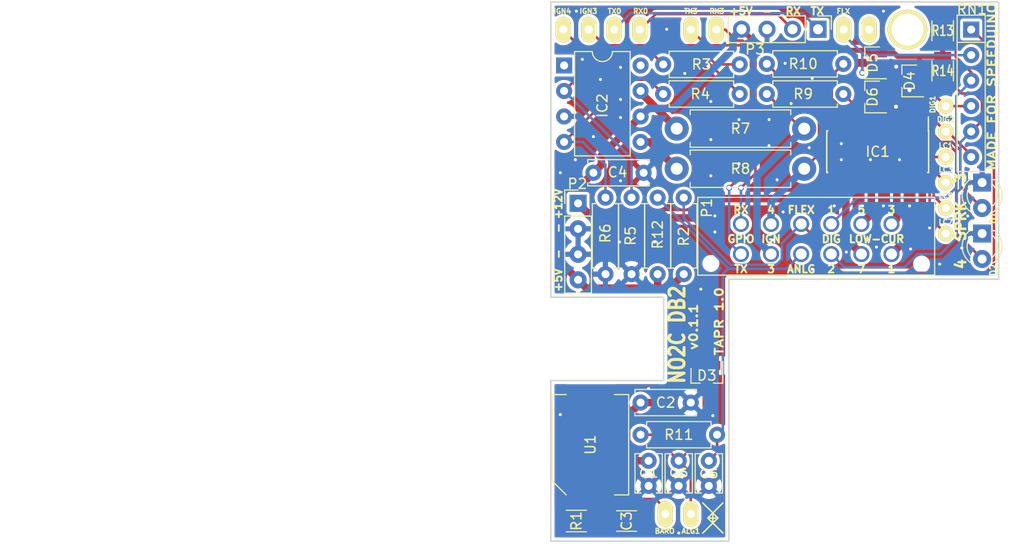
<source format=kicad_pcb>
(kicad_pcb (version 20171130) (host pcbnew "(5.1.0)-1")
  (title_block (title "NO2C DB2") (date 2019-05-05) (rev v0.1.1) (company WTMtronics))
  (layers (0 F.Cu signal) (31 B.Cu signal) (34 B.Paste user) (35 F.Paste user) (36 B.SilkS user) (37 F.SilkS user) (38 B.Mask user) (39 F.Mask user) (44 Edge.Cuts user))
  (net 0 "")
  (net 1 Earth)
  (net 2 +5V)
  (net 3 "Net-(SHIELD1-Pad21)")
  (net 4 /BARO-CPU)
  (net 5 "Net-(C6-Pad1)")
  (net 6 "Net-(D1-Pad2)")
  (net 7 "Net-(D2-Pad2)")
  (net 8 "Net-(D4-Pad3)")
  (net 9 "Net-(D5-Pad3)")
  (net 10 "Net-(D6-Pad3)")
  (net 11 "Net-(IC1-Pad1)")
  (net 12 "Net-(IC1-Pad2)")
  (net 13 "Net-(IC1-Pad3)")
  (net 14 "Net-(IC1-Pad4)")
  (net 15 "Net-(IC1-Pad5)")
  (net 16 "Net-(IC1-Pad6)")
  (net 17 "Net-(IC1-Pad7)")
  (net 18 +12V)
  (net 19 "Net-(IC1-Pad11)")
  (net 20 "Net-(IC1-Pad13)")
  (net 21 "Net-(IC1-Pad15)")
  (net 22 "Net-(IC2-Pad1)")
  (net 23 "Net-(IC2-Pad5)")
  (net 24 "Net-(IC2-Pad2)")
  (net 25 "Net-(IC2-Pad7)")
  (net 26 "Net-(IC2-Pad4)")
  (net 27 "Net-(IC2-Pad8)")
  (net 28 /GPIO-TX)
  (net 29 /GPIO-RX)
  (net 30 "Net-(P3-Pad1)")
  (net 31 "Net-(P3-Pad2)")
  (net 32 "Net-(U1-Pad1)")
  (net 33 "Net-(U1-Pad5)")
  (net 34 "Net-(U1-Pad6)")
  (net 35 "Net-(U1-Pad7)")
  (net 36 "Net-(U1-Pad8)")
  (net 37 /ALG1-IN)
  (net 38 /LC7-OUT)
  (net 39 /LC5-OUT)
  (net 40 /LC3-OUT)
  (net 41 /LC1-OUT)
  (net 42 /IGN4-OUT)
  (net 43 /FLX-IN)
  (net 44 /DIG1-IN)
  (net 45 /IGN3-OUT)
  (net 46 /DIG2-IN)
  (net 47 /IGN3-CPU)
  (net 48 /IGN4-CPU)
  (module Sensors:NXP_Pressure_Sensor_SSOP (layer F.Cu) (at 150.2 108 90)
    (fp_text reference U1 (at 0 0 90) (layer F.SilkS))
    (fp_text value DIL8)
    (pad 1 smd rect (at -4.9149 -1.905 90) (size 1.3462 0.6858) (layers F.Cu F.Paste F.Mask) (net 32 "Net-(U1-Pad1)"))
    (pad 2 smd rect (at -4.9149 -0.635 90) (size 1.3462 0.6858) (layers F.Cu F.Paste F.Mask) (net 2 +5V))
    (pad 3 smd rect (at -4.9149 0.635 90) (size 1.3462 0.6858) (layers F.Cu F.Paste F.Mask) (net 1 Earth))
    (pad 4 smd rect (at -4.9149 1.905 90) (size 1.3462 0.6858) (layers F.Cu F.Paste F.Mask) (net 4 /BARO-CPU))
    (pad 5 smd rect (at 4.9149 1.905 90) (size 1.3462 0.6858) (layers F.Cu F.Paste F.Mask) (net 33 "Net-(U1-Pad5)"))
    (pad 6 smd rect (at 4.9149 0.635 90) (size 1.3462 0.6858) (layers F.Cu F.Paste F.Mask) (net 34 "Net-(U1-Pad6)"))
    (pad 7 smd rect (at 4.9149 -0.635 90) (size 1.3462 0.6858) (layers F.Cu F.Paste F.Mask) (net 35 "Net-(U1-Pad7)"))
    (pad 8 smd rect (at 4.9149 -1.905 90) (size 1.3462 0.6858) (layers F.Cu F.Paste F.Mask) (net 36 "Net-(U1-Pad8)"))
  )
  (module Resistors_THT:R_Axial_DIN0207_L6.3mm_D2.5mm_P7.62mm_Horizontal (layer F.Cu) (at 157.45 70.1)
    (fp_text reference R3 (at 3.82 0) (layer F.SilkS))
    (fp_text value 1k)
    (pad 1 thru_hole circle (at 0 0) (size 1.6 1.6) (drill 0.8) (layers *.Cu *.Mask) (net 24 "Net-(IC2-Pad2)"))
    (pad 2 thru_hole oval (at 7.62 0) (size 1.6 1.6) (drill 0.8) (layers *.Cu *.Mask) (net 47 /IGN3-CPU))
  )
  (module footprnt:VIA_0.6mm (layer F.Cu) (at 150.5 77.3)
    (fp_text reference REF** hide)
    (fp_text value VIA_0.6mm hide)
    (pad 1 thru_hole circle (at 0 0) (size 0.6 0.6) (drill 0.3) (layers *.Cu) (net 1 Earth))
  )
  (module footprnt:VIA_0.6mm (layer F.Cu) (at 153.2 81.7)
    (fp_text reference REF** hide)
    (fp_text value VIA_0.6mm hide)
    (pad 1 thru_hole circle (at 0 0) (size 0.6 0.6) (drill 0.3) (layers *.Cu) (net 1 Earth))
  )
  (module Connectors_Molex:Molex_Microfit3_Header_02x06_Straight_43045-1228 (layer F.Cu) (at 165.2 86 180)
    (fp_text reference P1 (at 3.4 1.6 270) (layer F.SilkS))
    (fp_text value CONN_02X06)
    (pad "" np_thru_hole circle (at -18 -4 180) (size 1.1 1.1) (drill 1.1) (layers *.Cu *.Mask))
    (pad 1 thru_hole circle (at 0 0 180) (size 1.6 1.6) (drill 1.1) (layers *.Cu *.Mask) (net 29 /GPIO-RX))
    (pad 2 thru_hole circle (at -3 0 180) (size 1.6 1.6) (drill 1.1) (layers *.Cu *.Mask) (net 42 /IGN4-OUT))
    (pad 3 thru_hole circle (at -6 0 180) (size 1.6 1.6) (drill 1.1) (layers *.Cu *.Mask) (net 43 /FLX-IN))
    (pad 4 thru_hole circle (at -9 0 180) (size 1.6 1.6) (drill 1.1) (layers *.Cu *.Mask) (net 44 /DIG1-IN))
    (pad 5 thru_hole circle (at -12 0 180) (size 1.6 1.6) (drill 1.1) (layers *.Cu *.Mask) (net 39 /LC5-OUT))
    (pad 6 thru_hole circle (at -15 0 180) (size 1.6 1.6) (drill 1.1) (layers *.Cu *.Mask) (net 40 /LC3-OUT))
    (pad 7 thru_hole circle (at 0 -3 180) (size 1.6 1.6) (drill 1.1) (layers *.Cu *.Mask) (net 28 /GPIO-TX))
    (pad 8 thru_hole circle (at -3 -3 180) (size 1.6 1.6) (drill 1.1) (layers *.Cu *.Mask) (net 45 /IGN3-OUT))
    (pad 9 thru_hole circle (at -6 -3 180) (size 1.6 1.6) (drill 1.1) (layers *.Cu *.Mask) (net 37 /ALG1-IN))
    (pad 10 thru_hole circle (at -9 -3 180) (size 1.6 1.6) (drill 1.1) (layers *.Cu *.Mask) (net 46 /DIG2-IN))
    (pad 11 thru_hole circle (at -12 -3 180) (size 1.6 1.6) (drill 1.1) (layers *.Cu *.Mask) (net 38 /LC7-OUT))
    (pad 12 thru_hole circle (at -15 -3 180) (size 1.6 1.6) (drill 1.1) (layers *.Cu *.Mask) (net 41 /LC1-OUT))
    (pad "" np_thru_hole circle (at 3 -3.94 180) (size 1.1 1.1) (drill 1.1) (layers *.Cu *.Mask))
  )
  (module Resistors_THT:R_Axial_DIN0207_L6.3mm_D2.5mm_P7.62mm_Horizontal (layer F.Cu) (at 151.7 83.38 270)
    (fp_text reference R6 (at 3.553 0.011 270) (layer F.SilkS))
    (fp_text value 100k)
    (pad 1 thru_hole circle (at 0 0 270) (size 1.6 1.6) (drill 0.8) (layers *.Cu *.Mask) (net 26 "Net-(IC2-Pad4)"))
    (pad 2 thru_hole oval (at 7.62 0 270) (size 1.6 1.6) (drill 0.8) (layers *.Cu *.Mask) (net 1 Earth))
  )
  (module Resistors_THT:R_Axial_DIN0207_L6.3mm_D2.5mm_P7.62mm_Horizontal (layer F.Cu) (at 154.3 91 90)
    (fp_text reference R5 (at 3.81 -0.1 90) (layer F.SilkS))
    (fp_text value 100k)
    (pad 1 thru_hole circle (at 0 0 90) (size 1.6 1.6) (drill 0.8) (layers *.Cu *.Mask) (net 1 Earth))
    (pad 2 thru_hole oval (at 7.62 0 90) (size 1.6 1.6) (drill 0.8) (layers *.Cu *.Mask) (net 24 "Net-(IC2-Pad2)"))
  )
  (module Resistors_THT:R_Axial_DIN0207_L6.3mm_D2.5mm_P7.62mm_Horizontal (layer F.Cu) (at 156.9 83.38 270)
    (fp_text reference R12 (at 3.683 0 270) (layer F.SilkS))
    (fp_text value 2k49)
    (pad 1 thru_hole circle (at 0 0 270) (size 1.6 1.6) (drill 0.8) (layers *.Cu *.Mask) (net 37 /ALG1-IN))
    (pad 2 thru_hole oval (at 7.62 0 270) (size 1.6 1.6) (drill 0.8) (layers *.Cu *.Mask) (net 2 +5V))
  )
  (module Resistors_THT:R_Axial_DIN0207_L6.3mm_D2.5mm_P7.62mm_Horizontal (layer F.Cu) (at 159.5 83.38 270)
    (fp_text reference R2 (at 3.87 0 270) (layer F.SilkS))
    (fp_text value 2k49)
    (pad 1 thru_hole circle (at 0 0 270) (size 1.6 1.6) (drill 0.8) (layers *.Cu *.Mask) (net 43 /FLX-IN))
    (pad 2 thru_hole oval (at 7.62 0 270) (size 1.6 1.6) (drill 0.8) (layers *.Cu *.Mask) (net 2 +5V))
  )
  (module footprnt:VIA_0.6mm (layer F.Cu) (at 182 84.2)
    (fp_text reference REF** hide)
    (fp_text value VIA_0.6mm hide)
    (pad 1 thru_hole circle (at 0 0) (size 0.6 0.6) (drill 0.3) (layers *.Cu) (net 1 Earth))
  )
  (module footprnt:VIA_0.6mm (layer F.Cu) (at 177.3 84.2)
    (fp_text reference REF** hide)
    (fp_text value VIA_0.6mm hide)
    (pad 1 thru_hole circle (at 0 0) (size 0.6 0.6) (drill 0.3) (layers *.Cu) (net 1 Earth))
  )
  (module footprnt:VIA_0.6mm (layer F.Cu) (at 179.4 64.8)
    (fp_text reference REF** hide)
    (fp_text value VIA_0.6mm hide)
    (pad 1 thru_hole circle (at 0 0) (size 0.6 0.6) (drill 0.3) (layers *.Cu) (net 1 Earth))
  )
  (module footprnt:VIA_0.6mm (layer F.Cu) (at 175.2 78)
    (fp_text reference REF** hide)
    (fp_text value VIA_0.6mm hide)
    (pad 1 thru_hole circle (at 0 0) (size 0.6 0.6) (drill 0.3) (layers *.Cu) (net 1 Earth))
  )
  (module Socket_Strips:Socket_Strip_Straight_1x04_Pitch2.54mm (layer F.Cu) (at 172.88 66.6 270)
    (fp_text reference P3 (at 2 6.28) (layer F.SilkS))
    (fp_text value CONN_01X04)
    (pad 1 thru_hole rect (at 0 0 270) (size 1.7 1.7) (drill 1) (layers *.Cu *.Mask) (net 30 "Net-(P3-Pad1)"))
    (pad 2 thru_hole oval (at 0 2.54 270) (size 1.7 1.7) (drill 1) (layers *.Cu *.Mask) (net 31 "Net-(P3-Pad2)"))
    (pad 3 thru_hole oval (at 0 5.08 270) (size 1.7 1.7) (drill 1) (layers *.Cu *.Mask) (net 1 Earth))
    (pad 4 thru_hole oval (at 0 7.62 270) (size 1.7 1.7) (drill 1) (layers *.Cu *.Mask) (net 2 +5V))
  )
  (module footprnt:VIA_0.6mm (layer F.Cu) (at 175.2 79.6)
    (fp_text reference REF** hide)
    (fp_text value VIA_0.6mm hide)
    (pad 1 thru_hole circle (at 0 0) (size 0.6 0.6) (drill 0.3) (layers *.Cu) (net 1 Earth))
  )
  (module TO_SOT_Packages_SMD:SOT-23 (layer F.Cu) (at 182 71.75 180)
    (fp_text reference D4 (at 0 0 270) (layer F.SilkS))
    (fp_text value BAT54S)
    (pad 1 smd rect (at -1 -0.95 180) (size 0.9 0.8) (layers F.Cu F.Paste F.Mask) (net 1 Earth))
    (pad 2 smd rect (at -1 0.95 180) (size 0.9 0.8) (layers F.Cu F.Paste F.Mask) (net 2 +5V))
    (pad 3 smd rect (at 1 0 180) (size 0.9 0.8) (layers F.Cu F.Paste F.Mask) (net 8 "Net-(D4-Pad3)"))
  )
  (module footprnt:VIA_0.6mm (layer F.Cu) (at 172.3 90.5)
    (fp_text reference REF** hide)
    (fp_text value VIA_0.6mm hide)
    (pad 1 thru_hole circle (at 0 0) (size 0.6 0.6) (drill 0.3) (layers *.Cu) (net 1 Earth))
  )
  (module Resistors_THT:R_Array_SIP6 (layer F.Cu) (at 188.1411 66.6336 270)
    (fp_text reference RN1 (at -2.0336 -0.0589 180) (layer F.SilkS))
    (fp_text value 470)
    (pad 1 thru_hole rect (at 0 0 270) (size 1.6 1.6) (drill 0.8) (layers *.Cu *.Mask) (net 43 /FLX-IN))
    (pad 2 thru_hole oval (at 2.54 0 270) (size 1.6 1.6) (drill 0.8) (layers *.Cu *.Mask) (net 9 "Net-(D5-Pad3)"))
    (pad 3 thru_hole oval (at 5.08 0 270) (size 1.6 1.6) (drill 0.8) (layers *.Cu *.Mask) (net 44 /DIG1-IN))
    (pad 4 thru_hole oval (at 7.62 0 270) (size 1.6 1.6) (drill 0.8) (layers *.Cu *.Mask) (net 8 "Net-(D4-Pad3)"))
    (pad 5 thru_hole oval (at 10.16 0 270) (size 1.6 1.6) (drill 0.8) (layers *.Cu *.Mask) (net 46 /DIG2-IN))
    (pad 6 thru_hole oval (at 12.7 0 270) (size 1.6 1.6) (drill 0.8) (layers *.Cu *.Mask) (net 10 "Net-(D6-Pad3)"))
  )
  (module Resistors_SMD:R_1206 (layer F.Cu) (at 185.3 66.75 270)
    (fp_text reference R13 (at 0 0) (layer F.SilkS) (effects (font (size 1 0.75))))
    (fp_text value 1k)
    (pad 1 smd rect (at -1.45 0 270) (size 0.9 1.7) (layers F.Cu F.Paste F.Mask) (net 44 /DIG1-IN))
    (pad 2 smd rect (at 1.45 0 270) (size 0.9 1.7) (layers F.Cu F.Paste F.Mask) (net 2 +5V))
  )
  (module footprnt:VIA_0.6mm (layer F.Cu) (at 187.2 88.4)
    (fp_text reference REF** hide)
    (fp_text value VIA_0.6mm hide)
    (pad 1 thru_hole circle (at 0 0) (size 0.6 0.6) (drill 0.3) (layers *.Cu) (net 1 Earth))
  )
  (module footprnt:VIA_0.6mm (layer F.Cu) (at 165.7 87.4)
    (fp_text reference REF** hide)
    (fp_text value VIA_0.6mm hide)
    (pad 1 thru_hole circle (at 0 0) (size 0.6 0.6) (drill 0.3) (layers *.Cu) (net 1 Earth))
  )
  (module footprnt:VIA_0.6mm (layer F.Cu) (at 185 90)
    (fp_text reference REF** hide)
    (fp_text value VIA_0.6mm hide)
    (pad 1 thru_hole circle (at 0 0) (size 0.6 0.6) (drill 0.3) (layers *.Cu) (net 1 Earth))
  )
  (module LEDs:LED_D3.0mm (layer F.Cu) (at 189.23 81.8736 270)
    (fp_text reference D1 (at 3.5264 -1.17 270) (layer F.SilkS) (effects (font (size 0.75 0.6))))
    (fp_text value LED)
    (pad 1 thru_hole rect (at 0 0 270) (size 1.8 1.8) (drill 0.9) (layers *.Cu *.Mask) (net 1 Earth))
    (pad 2 thru_hole circle (at 2.54 0 270) (size 1.8 1.8) (drill 0.9) (layers *.Cu *.Mask) (net 6 "Net-(D1-Pad2)"))
  )
  (module Capacitors_THT:C_Disc_D3.8mm_W2.6mm_P2.50mm (layer F.Cu) (at 156 109.6 270)
    (fp_text reference C1 (at 1.25 0) (layer F.SilkS) (effects (font (size 0.8 1))))
    (fp_text value u01)
    (pad 1 thru_hole circle (at 0 0 270) (size 1.6 1.6) (drill 0.8) (layers *.Cu *.Mask) (net 2 +5V))
    (pad 2 thru_hole circle (at 2.5 0 270) (size 1.6 1.6) (drill 0.8) (layers *.Cu *.Mask) (net 1 Earth))
  )
  (module footprnt:VIA_0.6mm (layer F.Cu) (at 156 102.4)
    (fp_text reference REF** hide)
    (fp_text value VIA_0.6mm hide)
    (pad 1 thru_hole circle (at 0 0) (size 0.6 0.6) (drill 0.3) (layers *.Cu) (net 1 Earth))
  )
  (module Housings_DIP:DIP-8_W7.62mm (layer F.Cu) (at 147.58 70.21)
    (fp_text reference IC2 (at 3.81 4 90) (layer F.SilkS))
    (fp_text value ICL7667)
    (pad 1 thru_hole rect (at 0 0) (size 1.6 1.6) (drill 0.8) (layers *.Cu *.Mask) (net 22 "Net-(IC2-Pad1)"))
    (pad 5 thru_hole oval (at 7.62 7.62) (size 1.6 1.6) (drill 0.8) (layers *.Cu *.Mask) (net 23 "Net-(IC2-Pad5)"))
    (pad 2 thru_hole oval (at 0 2.54) (size 1.6 1.6) (drill 0.8) (layers *.Cu *.Mask) (net 24 "Net-(IC2-Pad2)"))
    (pad 6 thru_hole oval (at 7.62 5.08) (size 1.6 1.6) (drill 0.8) (layers *.Cu *.Mask) (net 2 +5V))
    (pad 3 thru_hole oval (at 0 5.08) (size 1.6 1.6) (drill 0.8) (layers *.Cu *.Mask) (net 1 Earth))
    (pad 7 thru_hole oval (at 7.62 2.54) (size 1.6 1.6) (drill 0.8) (layers *.Cu *.Mask) (net 25 "Net-(IC2-Pad7)"))
    (pad 4 thru_hole oval (at 0 7.62) (size 1.6 1.6) (drill 0.8) (layers *.Cu *.Mask) (net 26 "Net-(IC2-Pad4)"))
    (pad 8 thru_hole oval (at 7.62 0) (size 1.6 1.6) (drill 0.8) (layers *.Cu *.Mask) (net 27 "Net-(IC2-Pad8)"))
  )
  (module footprnt:VIA_0.6mm (layer F.Cu) (at 151.2 71.6)
    (fp_text reference REF** hide)
    (fp_text value VIA_0.6mm hide)
    (pad 1 thru_hole circle (at 0 0) (size 0.6 0.6) (drill 0.3) (layers *.Cu) (net 1 Earth))
  )
  (module footprnt:VIA_0.6mm (layer F.Cu) (at 153.2 70.4)
    (fp_text reference REF** hide)
    (fp_text value VIA_0.6mm hide)
    (pad 1 thru_hole circle (at 0 0) (size 0.6 0.6) (drill 0.3) (layers *.Cu) (net 1 Earth))
  )
  (module footprnt:VIA_0.6mm (layer F.Cu) (at 174.5 84.2)
    (fp_text reference REF** hide)
    (fp_text value VIA_0.6mm hide)
    (pad 1 thru_hole circle (at 0 0) (size 0.6 0.6) (drill 0.3) (layers *.Cu) (net 1 Earth))
  )
  (module footprnt:VIA_0.6mm (layer F.Cu) (at 172.3 71.5)
    (fp_text reference REF** hide)
    (fp_text value VIA_0.6mm hide)
    (pad 1 thru_hole circle (at 0 0) (size 0.6 0.6) (drill 0.3) (layers *.Cu) (net 1 Earth))
  )
  (module footprnt:VIA_0.6mm (layer F.Cu) (at 169.6 70)
    (fp_text reference REF** hide)
    (fp_text value VIA_0.6mm hide)
    (pad 1 thru_hole circle (at 0 0) (size 0.6 0.6) (drill 0.3) (layers *.Cu) (net 1 Earth))
  )
  (module footprnt:VIA_0.6mm (layer F.Cu) (at 169.4 84.8)
    (fp_text reference REF** hide)
    (fp_text value VIA_0.6mm hide)
    (pad 1 thru_hole circle (at 0 0) (size 0.6 0.6) (drill 0.3) (layers *.Cu) (net 1 Earth))
  )
  (module footprnt:VIA_0.6mm (layer F.Cu) (at 168.4 87.6)
    (fp_text reference REF** hide)
    (fp_text value VIA_0.6mm hide)
    (pad 1 thru_hole circle (at 0 0) (size 0.6 0.6) (drill 0.3) (layers *.Cu) (net 1 Earth))
  )
  (module footprnt:VIA_0.6mm (layer F.Cu) (at 156.6 87.8)
    (fp_text reference REF** hide)
    (fp_text value VIA_0.6mm hide)
    (pad 1 thru_hole circle (at 0 0) (size 0.6 0.6) (drill 0.3) (layers *.Cu) (net 1 Earth))
  )
  (module footprnt:VIA_0.6mm (layer F.Cu) (at 153.1 87.8)
    (fp_text reference REF** hide)
    (fp_text value VIA_0.6mm hide)
    (pad 1 thru_hole circle (at 0 0) (size 0.6 0.6) (drill 0.3) (layers *.Cu) (net 1 Earth))
  )
  (module footprnt:VIA_0.6mm (layer F.Cu) (at 162.4 105.1)
    (fp_text reference REF** hide)
    (fp_text value VIA_0.6mm hide)
    (pad 1 thru_hole circle (at 0 0) (size 0.6 0.6) (drill 0.3) (layers *.Cu) (net 1 Earth))
  )
  (module footprnt:VIA_0.6mm (layer F.Cu) (at 187.8 85.2)
    (fp_text reference REF** hide)
    (fp_text value VIA_0.6mm hide)
    (pad 1 thru_hole circle (at 0 0) (size 0.6 0.6) (drill 0.3) (layers *.Cu) (net 1 Earth))
  )
  (module footprnt:VIA_0.6mm (layer F.Cu) (at 148.8 64.8)
    (fp_text reference REF** hide)
    (fp_text value VIA_0.6mm hide)
    (pad 1 thru_hole circle (at 0 0) (size 0.6 0.6) (drill 0.3) (layers *.Cu) (net 1 Earth))
  )
  (module footprnt:VIA_0.6mm (layer F.Cu) (at 149.4 69.6)
    (fp_text reference REF** hide)
    (fp_text value VIA_0.6mm hide)
    (pad 1 thru_hole circle (at 0 0) (size 0.6 0.6) (drill 0.3) (layers *.Cu) (net 1 Earth))
  )
  (module footprnt:VIA_0.6mm (layer F.Cu) (at 159.6 71)
    (fp_text reference REF** hide)
    (fp_text value VIA_0.6mm hide)
    (pad 1 thru_hole circle (at 0 0) (size 0.6 0.6) (drill 0.3) (layers *.Cu) (net 1 Earth))
  )
  (module footprnt:VIA_0.6mm (layer F.Cu) (at 157.8 66.6)
    (fp_text reference REF** hide)
    (fp_text value VIA_0.6mm hide)
    (pad 1 thru_hole circle (at 0 0) (size 0.6 0.6) (drill 0.3) (layers *.Cu) (net 1 Earth))
  )
  (module footprnt:VIA_0.6mm (layer F.Cu) (at 181 79.6)
    (fp_text reference REF** hide)
    (fp_text value VIA_0.6mm hide)
    (pad 1 thru_hole circle (at 0 0) (size 0.6 0.6) (drill 0.3) (layers *.Cu) (net 1 Earth))
  )
  (module footprnt:VIA_0.6mm (layer F.Cu) (at 172 78.4)
    (fp_text reference REF** hide)
    (fp_text value VIA_0.6mm hide)
    (pad 1 thru_hole circle (at 0 0) (size 0.6 0.6) (drill 0.3) (layers *.Cu) (net 1 Earth))
  )
  (module footprnt:VIA_0.6mm (layer F.Cu) (at 184 86.4)
    (fp_text reference REF** hide)
    (fp_text value VIA_0.6mm hide)
    (pad 1 thru_hole circle (at 0 0) (size 0.6 0.6) (drill 0.3) (layers *.Cu) (net 1 Earth))
  )
  (module footprnt:VIA_0.6mm (layer F.Cu) (at 179.4 84.2)
    (fp_text reference REF** hide)
    (fp_text value VIA_0.6mm hide)
    (pad 1 thru_hole circle (at 0 0) (size 0.6 0.6) (drill 0.3) (layers *.Cu) (net 1 Earth))
  )
  (module footprnt:VIA_0.6mm (layer F.Cu) (at 182.1 88.5)
    (fp_text reference REF** hide)
    (fp_text value VIA_0.6mm hide)
    (pad 1 thru_hole circle (at 0 0) (size 0.6 0.6) (drill 0.3) (layers *.Cu) (net 1 Earth))
  )
  (module footprnt:VIA_0.6mm (layer F.Cu) (at 175.7 88.8)
    (fp_text reference REF** hide)
    (fp_text value VIA_0.6mm hide)
    (pad 1 thru_hole circle (at 0 0) (size 0.6 0.6) (drill 0.3) (layers *.Cu) (net 1 Earth))
  )
  (module footprnt:VIA_0.6mm (layer F.Cu) (at 178.7 88.3)
    (fp_text reference REF** hide)
    (fp_text value VIA_0.6mm hide)
    (pad 1 thru_hole circle (at 0 0) (size 0.6 0.6) (drill 0.3) (layers *.Cu) (net 1 Earth))
  )
  (module footprnt:VIA_0.6mm (layer F.Cu) (at 178.1 79.6)
    (fp_text reference REF** hide)
    (fp_text value VIA_0.6mm hide)
    (pad 1 thru_hole circle (at 0 0) (size 0.6 0.6) (drill 0.3) (layers *.Cu) (net 1 Earth))
  )
  (module footprnt:VIA_0.6mm (layer F.Cu) (at 170.2 74)
    (fp_text reference REF** hide)
    (fp_text value VIA_0.6mm hide)
    (pad 1 thru_hole circle (at 0 0) (size 0.6 0.6) (drill 0.3) (layers *.Cu) (net 1 Earth))
  )
  (module footprnt:VIA_0.6mm (layer F.Cu) (at 168.8 81.6)
    (fp_text reference REF** hide)
    (fp_text value VIA_0.6mm hide)
    (pad 1 thru_hole circle (at 0 0) (size 0.6 0.6) (drill 0.3) (layers *.Cu) (net 1 Earth))
  )
  (module footprnt:VIA_0.6mm (layer F.Cu) (at 168 78.2)
    (fp_text reference REF** hide)
    (fp_text value VIA_0.6mm hide)
    (pad 1 thru_hole circle (at 0 0) (size 0.6 0.6) (drill 0.3) (layers *.Cu) (net 1 Earth))
  )
  (module footprnt:VIA_0.6mm (layer F.Cu) (at 168 75.6)
    (fp_text reference REF** hide)
    (fp_text value VIA_0.6mm hide)
    (pad 1 thru_hole circle (at 0 0) (size 0.6 0.6) (drill 0.3) (layers *.Cu) (net 1 Earth))
  )
  (module footprnt:VIA_0.6mm (layer F.Cu) (at 165 75.6)
    (fp_text reference REF** hide)
    (fp_text value VIA_0.6mm hide)
    (pad 1 thru_hole circle (at 0 0) (size 0.6 0.6) (drill 0.3) (layers *.Cu) (net 1 Earth))
  )
  (module footprnt:VIA_0.6mm (layer F.Cu) (at 165 80)
    (fp_text reference REF** hide)
    (fp_text value VIA_0.6mm hide)
    (pad 1 thru_hole circle (at 0 0) (size 0.6 0.6) (drill 0.3) (layers *.Cu) (net 1 Earth))
  )
  (module footprnt:VIA_0.6mm (layer F.Cu) (at 162.2 81.2)
    (fp_text reference REF** hide)
    (fp_text value VIA_0.6mm hide)
    (pad 1 thru_hole circle (at 0 0) (size 0.6 0.6) (drill 0.3) (layers *.Cu) (net 1 Earth))
  )
  (module footprnt:VIA_0.6mm (layer F.Cu) (at 162.2 77.6)
    (fp_text reference REF** hide)
    (fp_text value VIA_0.6mm hide)
    (pad 1 thru_hole circle (at 0 0) (size 0.6 0.6) (drill 0.3) (layers *.Cu) (net 1 Earth))
  )
  (module footprnt:VIA_0.6mm (layer F.Cu) (at 162.2 73.8)
    (fp_text reference REF** hide)
    (fp_text value VIA_0.6mm hide)
    (pad 1 thru_hole circle (at 0 0) (size 0.6 0.6) (drill 0.3) (layers *.Cu) (net 1 Earth))
  )
  (module footprnt:VIA_0.6mm (layer F.Cu) (at 148.7 79.6)
    (fp_text reference REF** hide)
    (fp_text value VIA_0.6mm hide)
    (pad 1 thru_hole circle (at 0 0) (size 0.6 0.6) (drill 0.3) (layers *.Cu) (net 1 Earth))
  )
  (module footprnt:VIA_0.6mm (layer F.Cu) (at 147.2 80.9)
    (fp_text reference REF** hide)
    (fp_text value VIA_0.6mm hide)
    (pad 1 thru_hole circle (at 0 0) (size 0.6 0.6) (drill 0.3) (layers *.Cu) (net 1 Earth))
  )
  (module footprnt:VIA_0.6mm (layer F.Cu) (at 153.2 75.4)
    (fp_text reference REF** hide)
    (fp_text value VIA_0.6mm hide)
    (pad 1 thru_hole circle (at 0 0) (size 0.6 0.6) (drill 0.3) (layers *.Cu) (net 1 Earth))
  )
  (module footprnt:VIA_0.6mm (layer F.Cu) (at 153.2 73.6)
    (fp_text reference REF** hide)
    (fp_text value VIA_0.6mm hide)
    (pad 1 thru_hole circle (at 0 0) (size 0.6 0.6) (drill 0.3) (layers *.Cu) (net 1 Earth))
  )
  (module footprnt:VIA_0.6mm (layer F.Cu) (at 162.6 86.8)
    (fp_text reference REF** hide)
    (fp_text value VIA_0.6mm hide)
    (pad 1 thru_hole circle (at 0 0) (size 0.6 0.6) (drill 0.3) (layers *.Cu) (net 1 Earth))
  )
  (module footprnt:VIA_0.6mm (layer F.Cu) (at 162.6 85.2)
    (fp_text reference REF** hide)
    (fp_text value VIA_0.6mm hide)
    (pad 1 thru_hole circle (at 0 0) (size 0.6 0.6) (drill 0.3) (layers *.Cu) (net 1 Earth))
  )
  (module footprnt:VIA_0.6mm (layer F.Cu) (at 161.2 92.5)
    (fp_text reference REF** hide)
    (fp_text value VIA_0.6mm hide)
    (pad 1 thru_hole circle (at 0 0) (size 0.6 0.6) (drill 0.3) (layers *.Cu) (net 1 Earth))
  )
  (module footprnt:VIA_0.6mm (layer F.Cu) (at 147.2 105)
    (fp_text reference REF** hide)
    (fp_text value VIA_0.6mm hide)
    (pad 1 thru_hole circle (at 0 0) (size 0.6 0.6) (drill 0.3) (layers *.Cu) (net 1 Earth))
  )
  (module Resistors_THT:R_Axial_DIN0207_L6.3mm_D2.5mm_P7.62mm_Horizontal (layer F.Cu) (at 175.4 73.05 180)
    (fp_text reference R9 (at 4 0 180) (layer F.SilkS))
    (fp_text value 1k5)
    (pad 1 thru_hole circle (at 0 0 180) (size 1.6 1.6) (drill 0.8) (layers *.Cu *.Mask) (net 6 "Net-(D1-Pad2)"))
    (pad 2 thru_hole oval (at 7.62 0 180) (size 1.6 1.6) (drill 0.8) (layers *.Cu *.Mask) (net 45 /IGN3-OUT))
  )
  (module Resistors_THT:R_Axial_DIN0411_L9.9mm_D3.6mm_P12.70mm_Horizontal (layer F.Cu) (at 171.5 80.5 180)
    (fp_text reference R8 (at 6.35 0 180) (layer F.SilkS))
    (fp_text value "160 2w")
    (pad 1 thru_hole circle (at 0 0 180) (size 2.4 2.4) (drill 1.2) (layers *.Cu *.Mask) (net 42 /IGN4-OUT))
    (pad 2 thru_hole oval (at 12.7 0 180) (size 2.4 2.4) (drill 1.2) (layers *.Cu *.Mask) (net 23 "Net-(IC2-Pad5)"))
  )
  (module Housings_SOIC:SOIC-16_3.9x9.9mm_Pitch1.27mm (layer F.Cu) (at 178.825 78.8 270)
    (fp_text reference IC1 (at 0 0) (layer F.SilkS))
    (fp_text value ULN2003A)
    (pad 1 smd rect (at -2.7 -4.445 270) (size 1.5 0.6) (layers F.Cu F.Paste F.Mask) (net 11 "Net-(IC1-Pad1)"))
    (pad 2 smd rect (at -2.7 -3.175 270) (size 1.5 0.6) (layers F.Cu F.Paste F.Mask) (net 12 "Net-(IC1-Pad2)"))
    (pad 3 smd rect (at -2.7 -1.905 270) (size 1.5 0.6) (layers F.Cu F.Paste F.Mask) (net 13 "Net-(IC1-Pad3)"))
    (pad 4 smd rect (at -2.7 -0.635 270) (size 1.5 0.6) (layers F.Cu F.Paste F.Mask) (net 14 "Net-(IC1-Pad4)"))
    (pad 5 smd rect (at -2.7 0.635 270) (size 1.5 0.6) (layers F.Cu F.Paste F.Mask) (net 15 "Net-(IC1-Pad5)"))
    (pad 6 smd rect (at -2.7 1.905 270) (size 1.5 0.6) (layers F.Cu F.Paste F.Mask) (net 16 "Net-(IC1-Pad6)"))
    (pad 7 smd rect (at -2.7 3.175 270) (size 1.5 0.6) (layers F.Cu F.Paste F.Mask) (net 17 "Net-(IC1-Pad7)"))
    (pad 8 smd rect (at -2.7 4.445 270) (size 1.5 0.6) (layers F.Cu F.Paste F.Mask) (net 1 Earth))
    (pad 9 smd rect (at 2.7 4.445 270) (size 1.5 0.6) (layers F.Cu F.Paste F.Mask) (net 18 +12V))
    (pad 10 smd rect (at 2.7 3.175 270) (size 1.5 0.6) (layers F.Cu F.Paste F.Mask) (net 38 /LC7-OUT))
    (pad 11 smd rect (at 2.7 1.905 270) (size 1.5 0.6) (layers F.Cu F.Paste F.Mask) (net 19 "Net-(IC1-Pad11)"))
    (pad 12 smd rect (at 2.7 0.635 270) (size 1.5 0.6) (layers F.Cu F.Paste F.Mask) (net 39 /LC5-OUT))
    (pad 13 smd rect (at 2.7 -0.635 270) (size 1.5 0.6) (layers F.Cu F.Paste F.Mask) (net 20 "Net-(IC1-Pad13)"))
    (pad 14 smd rect (at 2.7 -1.905 270) (size 1.5 0.6) (layers F.Cu F.Paste F.Mask) (net 40 /LC3-OUT))
    (pad 15 smd rect (at 2.7 -3.175 270) (size 1.5 0.6) (layers F.Cu F.Paste F.Mask) (net 21 "Net-(IC1-Pad15)"))
    (pad 16 smd rect (at 2.7 -4.445 270) (size 1.5 0.6) (layers F.Cu F.Paste F.Mask) (net 41 /LC1-OUT))
  )
  (module footprnt:Pin_Header_4POS_SMLHL (layer F.Cu) (at 148.971 83.947)
    (fp_text reference P2 (at -0.071 -1.947 180) (layer F.SilkS))
    (fp_text value CONN_01X04)
    (pad 1 thru_hole rect (at 0 0) (size 1.7 1.7) (drill 0.8) (layers *.Cu *.Mask) (net 18 +12V))
    (pad 2 thru_hole oval (at 0 2.54) (size 1.7 1.7) (drill 0.8) (layers *.Cu *.Mask) (net 1 Earth))
    (pad 3 thru_hole oval (at 0 5.08) (size 1.7 1.7) (drill 0.8) (layers *.Cu *.Mask) (net 1 Earth))
    (pad 4 thru_hole oval (at 0 7.62) (size 1.7 1.7) (drill 0.8) (layers *.Cu *.Mask) (net 2 +5V))
  )
  (module Resistors_THT:R_Axial_DIN0411_L9.9mm_D3.6mm_P12.70mm_Horizontal (layer F.Cu) (at 171.5 76.5 180)
    (fp_text reference R7 (at 6.35 0 180) (layer F.SilkS))
    (fp_text value "160 2w")
    (pad 1 thru_hole circle (at 0 0 180) (size 2.4 2.4) (drill 1.2) (layers *.Cu *.Mask) (net 45 /IGN3-OUT))
    (pad 2 thru_hole oval (at 12.7 0 180) (size 2.4 2.4) (drill 1.2) (layers *.Cu *.Mask) (net 25 "Net-(IC2-Pad7)"))
  )
  (module Resistors_THT:R_Axial_DIN0207_L6.3mm_D2.5mm_P7.62mm_Horizontal (layer F.Cu) (at 175.4 70.05 180)
    (fp_text reference R10 (at 4 0 180) (layer F.SilkS))
    (fp_text value 1k5)
    (pad 1 thru_hole circle (at 0 0 180) (size 1.6 1.6) (drill 0.8) (layers *.Cu *.Mask) (net 7 "Net-(D2-Pad2)"))
    (pad 2 thru_hole oval (at 7.62 0 180) (size 1.6 1.6) (drill 0.8) (layers *.Cu *.Mask) (net 42 /IGN4-OUT))
  )
  (module Capacitors_THT:C_Disc_D3.8mm_W2.6mm_P2.50mm (layer F.Cu) (at 162 109.6 270)
    (fp_text reference C5 (at 1.3 0) (layer F.SilkS) (effects (font (size 0.8 1))))
    (fp_text value u1)
    (pad 1 thru_hole circle (at 0 0 270) (size 1.6 1.6) (drill 0.8) (layers *.Cu *.Mask) (net 37 /ALG1-IN))
    (pad 2 thru_hole circle (at 2.5 0 270) (size 1.6 1.6) (drill 0.8) (layers *.Cu *.Mask) (net 1 Earth))
  )
  (module Capacitors_THT:C_Disc_D3.8mm_W2.6mm_P2.50mm (layer F.Cu) (at 159 109.6 270)
    (fp_text reference C6 (at 1.2 0) (layer F.SilkS) (effects (font (size 0.8 1))))
    (fp_text value u22)
    (pad 1 thru_hole circle (at 0 0 270) (size 1.6 1.6) (drill 0.8) (layers *.Cu *.Mask) (net 5 "Net-(C6-Pad1)"))
    (pad 2 thru_hole circle (at 2.5 0 270) (size 1.6 1.6) (drill 0.8) (layers *.Cu *.Mask) (net 1 Earth))
  )
  (module LEDs:LED_D3.0mm (layer F.Cu) (at 189.23 86.9536 270)
    (fp_text reference D2 (at 3.6464 -1.17 270) (layer F.SilkS) (effects (font (size 0.75 0.6))))
    (fp_text value LED)
    (pad 1 thru_hole rect (at 0 0 270) (size 1.8 1.8) (drill 0.9) (layers *.Cu *.Mask) (net 1 Earth))
    (pad 2 thru_hole circle (at 2.54 0 270) (size 1.8 1.8) (drill 0.9) (layers *.Cu *.Mask) (net 7 "Net-(D2-Pad2)"))
  )
  (module Resistors_THT:R_Axial_DIN0207_L6.3mm_D2.5mm_P7.62mm_Horizontal (layer F.Cu) (at 157.45 73.05)
    (fp_text reference R4 (at 3.7 0) (layer F.SilkS))
    (fp_text value 1k)
    (pad 1 thru_hole circle (at 0 0) (size 1.6 1.6) (drill 0.8) (layers *.Cu *.Mask) (net 26 "Net-(IC2-Pad4)"))
    (pad 2 thru_hole oval (at 7.62 0) (size 1.6 1.6) (drill 0.8) (layers *.Cu *.Mask) (net 48 /IGN4-CPU))
  )
  (module Resistors_THT:R_Axial_DIN0207_L6.3mm_D2.5mm_P7.62mm_Horizontal (layer F.Cu) (at 155.2 107)
    (fp_text reference R11 (at 3.81 0) (layer F.SilkS))
    (fp_text value 470)
    (pad 1 thru_hole circle (at 0 0) (size 1.6 1.6) (drill 0.8) (layers *.Cu *.Mask) (net 5 "Net-(C6-Pad1)"))
    (pad 2 thru_hole oval (at 7.62 0) (size 1.6 1.6) (drill 0.8) (layers *.Cu *.Mask) (net 37 /ALG1-IN))
  )
  (module footprnt:VIA_0.6mm (layer F.Cu) (at 159 116.8)
    (fp_text reference REF** hide)
    (fp_text value VIA_0.6mm hide)
    (pad 1 thru_hole circle (at 0 0) (size 0.6 0.6) (drill 0.3) (layers *.Cu) (net 1 Earth))
  )
  (module Resistors_SMD:R_1206 (layer F.Cu) (at 148.8 115.6 180)
    (fp_text reference R1 (at 0 0 90) (layer F.SilkS))
    (fp_text value 51k)
    (pad 1 smd rect (at -1.45 0 180) (size 0.9 1.7) (layers F.Cu F.Paste F.Mask) (net 4 /BARO-CPU))
    (pad 2 smd rect (at 1.45 0 180) (size 0.9 1.7) (layers F.Cu F.Paste F.Mask) (net 1 Earth))
  )
  (module Capacitors_SMD:C_1206 (layer F.Cu) (at 153.8 115.6 180)
    (fp_text reference C3 (at 0 0 90) (layer F.SilkS))
    (fp_text value 47p)
    (pad 1 smd rect (at -1.5 0 180) (size 1 1.6) (layers F.Cu F.Paste F.Mask) (net 1 Earth))
    (pad 2 smd rect (at 1.5 0 180) (size 1 1.6) (layers F.Cu F.Paste F.Mask) (net 4 /BARO-CPU))
  )
  (module footprnt:ARDUINO_MEGA_SHIELD_DB (layer F.Cu) (at 91.6211 117.4336)
    (fp_text reference SHIELD1 hide)
    (fp_text value ARDUINO_MEGA_SHIELD hide)
    (pad "" thru_hole circle (at 90.17 -50.8 90) (size 3.937 3.937) (drill 3.175) (layers *.Cu *.Mask F.SilkS))
    (pad 3 thru_hole oval (at 55.88 -50.8 90) (size 2.54 1.524) (drill 0.8128) (layers *.Cu *.Mask F.SilkS) (net 48 /IGN4-CPU))
    (pad 2 thru_hole oval (at 58.42 -50.8 90) (size 2.54 1.524) (drill 0.8128) (layers *.Cu *.Mask F.SilkS) (net 47 /IGN3-CPU))
    (pad 1 thru_hole oval (at 60.96 -50.8 90) (size 2.54 1.524) (drill 0.8128) (layers *.Cu *.Mask F.SilkS) (net 30 "Net-(P3-Pad1)"))
    (pad 0 thru_hole oval (at 63.5 -50.8 90) (size 2.54 1.524) (drill 0.8128) (layers *.Cu *.Mask F.SilkS) (net 31 "Net-(P3-Pad2)"))
    (pad 20 thru_hole oval (at 83.82 -50.8 90) (size 2.54 1.524) (drill 0.8128) (layers *.Cu *.Mask F.SilkS) (net 9 "Net-(D5-Pad3)"))
    (pad 21 thru_hole oval (at 86.36 -50.8 90) (size 2.54 1.524) (drill 0.8128) (layers *.Cu *.Mask F.SilkS) (net 3 "Net-(SHIELD1-Pad21)"))
    (pad 15 thru_hole oval (at 71.12 -50.8 90) (size 2.54 1.524) (drill 0.8128) (layers *.Cu *.Mask F.SilkS) (net 29 /GPIO-RX))
    (pad 14 thru_hole oval (at 68.58 -50.8 90) (size 2.54 1.524) (drill 0.8128) (layers *.Cu *.Mask F.SilkS) (net 28 /GPIO-TX))
    (pad AD6 thru_hole oval (at 66.04 -2.54 90) (size 2.54 1.524) (drill 0.8128) (layers *.Cu *.Mask F.SilkS) (net 4 /BARO-CPU))
    (pad AD7 thru_hole oval (at 68.58 -2.54 90) (size 2.54 1.524) (drill 0.8128) (layers *.Cu *.Mask F.SilkS) (net 5 "Net-(C6-Pad1)"))
    (pad 30 thru_hole circle (at 93.98 -38.1) (size 1.524 1.524) (drill 0.8128) (layers *.Cu *.Mask F.SilkS) (net 11 "Net-(IC1-Pad1)"))
    (pad 28 thru_hole circle (at 93.98 -40.64) (size 1.524 1.524) (drill 0.8128) (layers *.Cu *.Mask F.SilkS) (net 10 "Net-(D6-Pad3)"))
    (pad 26 thru_hole circle (at 93.98 -43.18) (size 1.524 1.524) (drill 0.8128) (layers *.Cu *.Mask F.SilkS) (net 8 "Net-(D4-Pad3)"))
    (pad 32 thru_hole circle (at 93.98 -35.56) (size 1.524 1.524) (drill 0.8128) (layers *.Cu *.Mask F.SilkS) (net 13 "Net-(IC1-Pad3)"))
    (pad 36 thru_hole circle (at 93.98 -30.48) (size 1.524 1.524) (drill 0.8128) (layers *.Cu *.Mask F.SilkS) (net 17 "Net-(IC1-Pad7)"))
    (pad 34 thru_hole circle (at 93.98 -33.02) (size 1.524 1.524) (drill 0.8128) (layers *.Cu *.Mask F.SilkS) (net 15 "Net-(IC1-Pad5)"))
  )
  (module footprnt:WTM (layer F.Cu) (at 161.4 116.8 90)
    (fp_text reference REF** hide)
    (fp_text value WTM)
  )
  (module Resistors_SMD:R_1206 (layer F.Cu) (at 185.3 70.75 90)
    (fp_text reference R14 (at 0 0 180) (layer F.SilkS) (effects (font (size 1 0.75))))
    (fp_text value 1k)
    (pad 1 smd rect (at -1.45 0 90) (size 0.9 1.7) (layers F.Cu F.Paste F.Mask) (net 46 /DIG2-IN))
    (pad 2 smd rect (at 1.45 0 90) (size 0.9 1.7) (layers F.Cu F.Paste F.Mask) (net 2 +5V))
  )
  (module Capacitors_THT:C_Disc_D6.0mm_W2.5mm_P5.00mm (layer F.Cu) (at 155.5 80.9 180)
    (fp_text reference C4 (at 2.6 0.05 180) (layer F.SilkS))
    (fp_text value 1u)
    (pad 1 thru_hole circle (at 0 0 180) (size 1.6 1.6) (drill 0.8) (layers *.Cu *.Mask) (net 1 Earth))
    (pad 2 thru_hole circle (at 5 0 180) (size 1.6 1.6) (drill 0.8) (layers *.Cu *.Mask) (net 2 +5V))
  )
  (module Capacitors_THT:C_Disc_D6.0mm_W2.5mm_P5.00mm (layer F.Cu) (at 155.2 103.8)
    (fp_text reference C2 (at 2.5 0) (layer F.SilkS))
    (fp_text value 1u)
    (pad 1 thru_hole circle (at 0 0) (size 1.6 1.6) (drill 0.8) (layers *.Cu *.Mask) (net 2 +5V))
    (pad 2 thru_hole circle (at 5 0) (size 1.6 1.6) (drill 0.8) (layers *.Cu *.Mask) (net 1 Earth))
  )
  (module TO_SOT_Packages_SMD:SOT-23 (layer F.Cu) (at 178.3 73.35 180)
    (fp_text reference D6 (at 0 0 270) (layer F.SilkS))
    (fp_text value BAT54S)
    (pad 1 smd rect (at -1 -0.95 180) (size 0.9 0.8) (layers F.Cu F.Paste F.Mask) (net 1 Earth))
    (pad 2 smd rect (at -1 0.95 180) (size 0.9 0.8) (layers F.Cu F.Paste F.Mask) (net 2 +5V))
    (pad 3 smd rect (at 1 0 180) (size 0.9 0.8) (layers F.Cu F.Paste F.Mask) (net 10 "Net-(D6-Pad3)"))
  )
  (module TO_SOT_Packages_SMD:SOT-23 (layer F.Cu) (at 178.3 69.95 180)
    (fp_text reference D5 (at 0 0 270) (layer F.SilkS))
    (fp_text value BAT54S)
    (pad 1 smd rect (at -1 -0.95 180) (size 0.9 0.8) (layers F.Cu F.Paste F.Mask) (net 1 Earth))
    (pad 2 smd rect (at -1 0.95 180) (size 0.9 0.8) (layers F.Cu F.Paste F.Mask) (net 2 +5V))
    (pad 3 smd rect (at 1 0 180) (size 0.9 0.8) (layers F.Cu F.Paste F.Mask) (net 9 "Net-(D5-Pad3)"))
  )
  (module TO_SOT_Packages_SMD:SOT-23 (layer F.Cu) (at 161.8 101.1 270)
    (fp_text reference D3 (at 0 0) (layer F.SilkS))
    (fp_text value BAT54S)
    (pad 1 smd rect (at -1 -0.95 270) (size 0.9 0.8) (layers F.Cu F.Paste F.Mask) (net 1 Earth))
    (pad 2 smd rect (at -1 0.95 270) (size 0.9 0.8) (layers F.Cu F.Paste F.Mask) (net 2 +5V))
    (pad 3 smd rect (at 1 0 270) (size 0.9 0.8) (layers F.Cu F.Paste F.Mask) (net 5 "Net-(C6-Pad1)"))
  )
  (gr_text 3 (at 180.2 84.6) (layer F.SilkS) (effects (font (size 0.75 0.75) (thickness 0.1875))))
  (gr_text 5 (at 177.2 84.6) (layer F.SilkS) (effects (font (size 0.75 0.75) (thickness 0.1875))))
  (gr_text LOW-CUR (at 178.7 87.5) (layer F.SilkS) (effects (font (size 0.75 0.75) (thickness 0.1875))))
  (gr_text 1 (at 180.2 90.5) (layer F.SilkS) (effects (font (size 0.75 0.75) (thickness 0.1875))))
  (gr_text 7 (at 177.2 90.5) (layer F.SilkS) (effects (font (size 0.75 0.75) (thickness 0.1875))))
  (gr_text 2 (at 174.2 90.5) (layer F.SilkS) (effects (font (size 0.75 0.75) (thickness 0.1875))))
  (gr_text 1 (at 174.2 84.6) (layer F.SilkS) (effects (font (size 0.75 0.75) (thickness 0.1875))))
  (gr_text DIG (at 174.2 87.5) (layer F.SilkS) (effects (font (size 0.75 0.75) (thickness 0.1875))))
  (gr_text GPIO (at 165.2 87.5) (layer F.SilkS) (effects (font (size 0.75 0.75) (thickness 0.1875))))
  (gr_text TX (at 165.2 90.5) (layer F.SilkS) (effects (font (size 0.75 0.75) (thickness 0.1875))))
  (gr_text RX (at 165.2 84.6) (layer F.SilkS) (effects (font (size 0.75 0.75) (thickness 0.1875))))
  (gr_text 4 (at 168.2 84.6) (layer F.SilkS) (effects (font (size 0.75 0.75) (thickness 0.1875))))
  (gr_text IGN (at 168.2 87.5) (layer F.SilkS) (effects (font (size 0.75 0.75) (thickness 0.1875))))
  (gr_text 3 (at 168.2 90.5) (layer F.SilkS) (effects (font (size 0.75 0.75) (thickness 0.1875))))
  (gr_text ANLG (at 171.2 90.5) (layer F.SilkS) (effects (font (size 0.75 0.75) (thickness 0.1875))))
  (gr_text FLEX (at 171.2 84.6) (layer F.SilkS) (effects (font (size 0.75 0.75) (thickness 0.1875))))
  (gr_text 3 (at 187.1 81.4 90) (layer F.SilkS) (effects (font (size 1 1) (thickness 0.25))))
  (gr_text 4 (at 187.1 90 90) (layer F.SilkS) (effects (font (size 1 1) (thickness 0.25))))
  (gr_text SPRK (at 187.1 85.7 90) (layer F.SilkS) (effects (font (size 1 1) (thickness 0.25))))
  (gr_text ALG1 (at 160.2 116.6) (layer F.SilkS) (effects (font (size 0.5 0.5) (thickness 0.125))))
  (gr_text BARO (at 157.6 116.6) (layer F.SilkS) (effects (font (size 0.5 0.5) (thickness 0.125))))
  (gr_text "MADE FOR SPEEDUINO" (at 190.2 80.8 90) (layer F.SilkS) (effects (font (size 0.8 1) (thickness 0.2)) (justify left)))
  (gr_text "TAPR 1.0" (at 163.025 95.7 90) (layer F.SilkS) (effects (font (size 0.8 1) (thickness 0.2))))
  (gr_text v0.1.1 (at 160.475 96.25 90) (layer F.SilkS) (effects (font (size 0.8 1) (thickness 0.2))))
  (gr_text "NO2C DB2" (at 158.85 102.075 90) (layer F.SilkS) (effects (font (size 1.5 1.25) (thickness 0.3)) (justify left)))
  (gr_text LC5 (at 185.6 83.2) (layer F.SilkS) (effects (font (size 0.5 0.5) (thickness 0.125))))
  (gr_text LC7 (at 185.6 85.8) (layer F.SilkS) (effects (font (size 0.5 0.5) (thickness 0.125))))
  (gr_text DIG1 (at 184.3 74.1 90) (layer F.SilkS) (effects (font (size 0.5 0.5) (thickness 0.125))))
  (gr_text DIG2 (at 185.6 75.6) (layer F.SilkS) (effects (font (size 0.5 0.5) (thickness 0.125))))
  (gr_text LC1 (at 185.6 78.2) (layer F.SilkS) (effects (font (size 0.5 0.5) (thickness 0.125))))
  (gr_text LC3 (at 185.6 80.6) (layer F.SilkS) (effects (font (size 0.5 0.5) (thickness 0.125))))
  (gr_text +12V (at 147 84 90) (layer F.SilkS) (effects (font (size 0.75 0.75) (thickness 0.1875))))
  (gr_text - (at 147 86.4 90) (layer F.SilkS) (effects (font (size 0.75 0.75) (thickness 0.1875))))
  (gr_text +5V (at 147 91.6 90) (layer F.SilkS) (effects (font (size 0.75 0.75) (thickness 0.1875))))
  (gr_text - (at 147 89 90) (layer F.SilkS) (effects (font (size 0.75 0.75) (thickness 0.1875))))
  (gr_text TX (at 172.8 64.8) (layer F.SilkS) (effects (font (size 0.75 0.75) (thickness 0.1875))))
  (gr_text RX (at 170.4 64.8) (layer F.SilkS) (effects (font (size 0.75 0.75) (thickness 0.1875))))
  (gr_text - (at 167.8 64.8) (layer F.SilkS) (effects (font (size 0.75 0.75) (thickness 0.1875))))
  (gr_text +5V (at 165.2 64.8) (layer F.SilkS) (effects (font (size 0.75 0.75) (thickness 0.1875))))
  (gr_text FLX (at 175.4 64.8) (layer F.SilkS) (effects (font (size 0.5 0.5) (thickness 0.125))))
  (gr_text RX3 (at 162.8 64.8) (layer F.SilkS) (effects (font (size 0.5 0.5) (thickness 0.125))))
  (gr_text TX3 (at 160.2 64.8) (layer F.SilkS) (effects (font (size 0.5 0.5) (thickness 0.125))))
  (gr_text RX0 (at 155.2 64.8) (layer F.SilkS) (effects (font (size 0.5 0.5) (thickness 0.125))))
  (gr_text TX0 (at 152.6 64.8) (layer F.SilkS) (effects (font (size 0.5 0.5) (thickness 0.125))))
  (gr_text IGN3 (at 150 64.8) (layer F.SilkS) (effects (font (size 0.5 0.5) (thickness 0.125))))
  (gr_text IGN4 (at 147.4 64.8) (layer F.SilkS) (effects (font (size 0.5 0.5) (thickness 0.125))))
  (gr_line (start 164 91.5) (end 190.881 91.5) (layer Edge.Cuts) (width 0.15))
  (gr_line (start 164 117.6) (end 164 91.5) (layer Edge.Cuts) (width 0.15))
  (gr_line (start 146.2532 93.3) (end 157.5 93.3) (layer Edge.Cuts) (width 0.15))
  (gr_line (start 146.2532 101.6) (end 157.5 101.6) (layer Edge.Cuts) (width 0.15))
  (gr_line (start 146.2532 101.600568) (end 146.2532 117.602) (layer Edge.Cuts) (width 0.15))
  (gr_line (start 157.5 93.3) (end 157.5 101.600568) (layer Edge.Cuts) (width 0.15))
  (gr_line (start 190.881 91.5) (end 190.881 63.881) (layer Edge.Cuts) (width 0.15))
  (gr_line (start 190.881 63.881) (end 146.2532 63.881) (layer Edge.Cuts) (width 0.15))
  (gr_line (start 146.2532 117.602) (end 164 117.602) (layer Edge.Cuts) (width 0.15))
  (gr_line (start 146.2532 63.881) (end 146.2532 93.3) (layer Edge.Cuts) (width 0.15))
  (segment (start 162.75 100.1) (end 162.725 100.1) (width 0.25) (layer F.Cu) (net 1))
  (via (at 181.991 72.6694) (size 0.6) (drill 0.4) (layers F.Cu B.Cu) (net 1))
  (via (at 180.6702 70.3326) (size 0.6) (drill 0.4) (layers F.Cu B.Cu) (net 1))
  (via (at 180.6448 74.3204) (size 0.6) (drill 0.4) (layers F.Cu B.Cu) (net 1))
  (segment (start 158.325 99.475) (end 158.325 101.875) (width 0.75) (layer F.Cu) (net 2))
  (segment (start 158.325 101.875) (end 156.4 103.8) (width 0.75) (layer F.Cu) (net 2))
  (segment (start 156.4 103.8) (end 155.2 103.8) (width 0.75) (layer F.Cu) (net 2))
  (segment (start 157.9 92.4) (end 158.325 92.825) (width 0.75) (layer F.Cu) (net 2))
  (segment (start 158.325 92.825) (end 158.325 99.825) (width 0.75) (layer F.Cu) (net 2))
  (segment (start 157.9 92.4) (end 158.1 92.4) (width 0.75) (layer F.Cu) (net 2))
  (segment (start 158.1 92.4) (end 159.5 91) (width 0.75) (layer F.Cu) (net 2))
  (segment (start 150.5 80.9) (end 149.700001 81.699999) (width 0.75) (layer F.Cu) (net 2))
  (segment (start 149.700001 81.699999) (end 148.572999 81.699999) (width 0.75) (layer F.Cu) (net 2))
  (segment (start 148.572999 81.699999) (end 147.2 83.072998) (width 0.75) (layer F.Cu) (net 2))
  (segment (start 147.2 83.072998) (end 147.2 89.796) (width 0.75) (layer F.Cu) (net 2))
  (segment (start 147.2 89.796) (end 148.971 91.567) (width 0.75) (layer F.Cu) (net 2))
  (segment (start 150.5 80.9) (end 151.299999 80.100001) (width 0.75) (layer F.Cu) (net 2))
  (segment (start 151.299999 80.100001) (end 151.299999 79.190001) (width 0.75) (layer F.Cu) (net 2))
  (segment (start 154.400001 76.089999) (end 155.2 75.29) (width 0.75) (layer F.Cu) (net 2))
  (segment (start 151.299999 79.190001) (end 154.400001 76.089999) (width 0.75) (layer F.Cu) (net 2))
  (segment (start 157 92.4) (end 157.9 92.4) (width 0.75) (layer F.Cu) (net 2))
  (segment (start 149.804 92.4) (end 157 92.4) (width 0.75) (layer F.Cu) (net 2))
  (segment (start 148.971 91.567) (end 149.804 92.4) (width 0.75) (layer F.Cu) (net 2))
  (segment (start 157 92.4) (end 156.9 92.3) (width 0.75) (layer F.Cu) (net 2))
  (segment (start 156.9 92.3) (end 156.9 91) (width 0.75) (layer F.Cu) (net 2))
  (segment (start 165.26 66.6) (end 167.36 68.7) (width 0.5) (layer F.Cu) (net 2))
  (segment (start 177.7 68.7) (end 178 69) (width 0.5) (layer F.Cu) (net 2))
  (segment (start 167.36 68.7) (end 177.7 68.7) (width 0.5) (layer F.Cu) (net 2))
  (segment (start 158.6 100.1) (end 160.85 100.1) (width 0.5) (layer F.Cu) (net 2))
  (segment (start 178 69) (end 178.275001 69.275001) (width 0.5) (layer F.Cu) (net 2))
  (segment (start 179.004998 72.4) (end 179.3 72.4) (width 0.5) (layer F.Cu) (net 2))
  (segment (start 178.275001 71.670003) (end 179.004998 72.4) (width 0.5) (layer F.Cu) (net 2))
  (segment (start 178.275001 69.275001) (end 178.275001 71.670003) (width 0.5) (layer F.Cu) (net 2))
  (segment (start 179.3 69) (end 180.5 69) (width 0.5) (layer F.Cu) (net 2))
  (segment (start 180.5 69) (end 180.8 69.3) (width 0.5) (layer F.Cu) (net 2))
  (segment (start 180.8 69.3) (end 183 69.3) (width 0.5) (layer F.Cu) (net 2))
  (segment (start 178 69) (end 179.3 69) (width 0.5) (layer F.Cu) (net 2))
  (segment (start 183 69.3) (end 185.3 69.3) (width 0.5) (layer F.Cu) (net 2))
  (segment (start 183 69.3) (end 183 70.8) (width 0.5) (layer F.Cu) (net 2))
  (segment (start 185.3 69.3) (end 185.3 68.2) (width 0.5) (layer F.Cu) (net 2))
  (segment (start 155.2 103.8) (end 153.8 105.2) (width 0.75) (layer F.Cu) (net 2))
  (segment (start 153.8 108.8) (end 153 109.6) (width 0.75) (layer F.Cu) (net 2))
  (segment (start 153.8 105.2) (end 153.8 108.8) (width 0.75) (layer F.Cu) (net 2))
  (segment (start 156 109.6) (end 153 109.6) (width 0.75) (layer F.Cu) (net 2))
  (segment (start 153 109.6) (end 150.965 109.6) (width 0.75) (layer F.Cu) (net 2))
  (segment (start 150.965 109.6) (end 149.565 111) (width 0.75) (layer F.Cu) (net 2))
  (segment (start 149.565 111) (end 149.565 112.9149) (width 0.5) (layer F.Cu) (net 2))
  (segment (start 155.2 75.29) (end 155.999999 74.490001) (width 0.75) (layer B.Cu) (net 2))
  (segment (start 164.410001 67.449999) (end 165.26 66.6) (width 0.75) (layer B.Cu) (net 2))
  (segment (start 164.410001 68.551001) (end 164.410001 67.449999) (width 0.75) (layer B.Cu) (net 2))
  (segment (start 158.471001 74.490001) (end 164.410001 68.551001) (width 0.75) (layer B.Cu) (net 2))
  (segment (start 155.999999 74.490001) (end 158.471001 74.490001) (width 0.75) (layer B.Cu) (net 2))
  (segment (start 152.105 112.9149) (end 152.1199 112.9) (width 0.25) (layer F.Cu) (net 4))
  (segment (start 152.1199 112.9) (end 153.9 112.9) (width 0.25) (layer F.Cu) (net 4))
  (segment (start 153.9 112.9) (end 154.4 113.4) (width 0.25) (layer F.Cu) (net 4))
  (segment (start 156.6755 113.4) (end 157.6611 114.3856) (width 0.25) (layer F.Cu) (net 4))
  (segment (start 154.4 113.4) (end 156.6755 113.4) (width 0.25) (layer F.Cu) (net 4))
  (segment (start 157.6611 114.3856) (end 157.6611 114.8936) (width 0.25) (layer F.Cu) (net 4))
  (segment (start 152.3 115.6) (end 152.3 114.2) (width 0.25) (layer F.Cu) (net 4))
  (segment (start 152.3 114.2) (end 152.105 114.005) (width 0.25) (layer F.Cu) (net 4))
  (segment (start 152.105 114.005) (end 152.105 112.9149) (width 0.25) (layer F.Cu) (net 4))
  (segment (start 152.1 112.9199) (end 152.105 112.9149) (width 0.25) (layer F.Cu) (net 4))
  (segment (start 150.25 115.6) (end 152.3 115.6) (width 0.25) (layer F.Cu) (net 4))
  (segment (start 161.5 107.1) (end 161.5 103.1) (width 0.25) (layer F.Cu) (net 5))
  (segment (start 161.5 103.1) (end 161.8 102.8) (width 0.25) (layer F.Cu) (net 5))
  (segment (start 161.8 102.8) (end 161.8 102.1) (width 0.25) (layer F.Cu) (net 5))
  (segment (start 159 109.6) (end 161.5 107.1) (width 0.25) (layer F.Cu) (net 5))
  (segment (start 155.2 107) (end 156.4 107) (width 0.25) (layer F.Cu) (net 5))
  (segment (start 156.4 107) (end 159 109.6) (width 0.25) (layer F.Cu) (net 5))
  (segment (start 160.2011 114.8936) (end 160.2011 110.8011) (width 0.25) (layer F.Cu) (net 5))
  (segment (start 160.2011 110.8011) (end 159 109.6) (width 0.25) (layer F.Cu) (net 5))
  (segment (start 189.23 84.4136) (end 187.05 82.2336) (width 0.25) (layer F.Cu) (net 6))
  (segment (start 184.564099 77.264099) (end 184.4 77.1) (width 0.25) (layer F.Cu) (net 6))
  (segment (start 184.4 75.152962) (end 183.02205 73.775012) (width 0.25) (layer F.Cu) (net 6))
  (segment (start 176.375001 74.025001) (end 176.199999 73.849999) (width 0.25) (layer F.Cu) (net 6))
  (segment (start 187.05 82.2336) (end 187.05 78.65) (width 0.25) (layer F.Cu) (net 6))
  (segment (start 185.103339 77.830601) (end 184.564099 77.291361) (width 0.25) (layer F.Cu) (net 6))
  (segment (start 181.459312 73.775012) (end 181.284311 73.600011) (width 0.25) (layer F.Cu) (net 6))
  (segment (start 187.05 78.65) (end 186.230601 77.830601) (width 0.25) (layer F.Cu) (net 6))
  (segment (start 186.230601 77.830601) (end 185.103339 77.830601) (width 0.25) (layer F.Cu) (net 6))
  (segment (start 184.564099 77.291361) (end 184.564099 77.264099) (width 0.25) (layer F.Cu) (net 6))
  (segment (start 184.4 77.1) (end 184.4 75.152962) (width 0.25) (layer F.Cu) (net 6))
  (segment (start 183.02205 73.775012) (end 181.459312 73.775012) (width 0.25) (layer F.Cu) (net 6))
  (segment (start 181.284311 73.600011) (end 178.565689 73.600011) (width 0.25) (layer F.Cu) (net 6))
  (segment (start 178.565689 73.600011) (end 178.140699 74.025001) (width 0.25) (layer F.Cu) (net 6))
  (segment (start 178.140699 74.025001) (end 176.375001 74.025001) (width 0.25) (layer F.Cu) (net 6))
  (segment (start 176.199999 73.849999) (end 175.4 73.05) (width 0.25) (layer F.Cu) (net 6))
  (segment (start 175.4 70.05) (end 174.25 71.2) (width 0.25) (layer F.Cu) (net 7))
  (segment (start 174.25 71.2) (end 174.25 73.491002) (width 0.25) (layer F.Cu) (net 7))
  (segment (start 185.003639 78.296599) (end 186.098861 78.296599) (width 0.25) (layer F.Cu) (net 7))
  (segment (start 174.25 73.491002) (end 175.808998 75.05) (width 0.25) (layer F.Cu) (net 7))
  (segment (start 186.098861 78.296599) (end 186.64999 78.847728) (width 0.25) (layer F.Cu) (net 7))
  (segment (start 175.808998 75.05) (end 183.73134 75.05) (width 0.25) (layer F.Cu) (net 7))
  (segment (start 183.73134 75.05) (end 183.99999 75.31865) (width 0.25) (layer F.Cu) (net 7))
  (segment (start 183.99999 75.31865) (end 183.99999 77.29295) (width 0.25) (layer F.Cu) (net 7))
  (segment (start 188.330001 88.593601) (end 189.23 89.4936) (width 0.25) (layer F.Cu) (net 7))
  (segment (start 183.99999 77.29295) (end 185.003639 78.296599) (width 0.25) (layer F.Cu) (net 7))
  (segment (start 186.64999 78.847728) (end 186.64999 86.91359) (width 0.25) (layer F.Cu) (net 7))
  (segment (start 186.64999 86.91359) (end 188.330001 88.593601) (width 0.25) (layer F.Cu) (net 7))
  (segment (start 181 71.75) (end 183.395002 71.75) (width 0.25) (layer F.Cu) (net 8))
  (segment (start 184.174999 72.827499) (end 185.6011 74.2536) (width 0.25) (layer F.Cu) (net 8))
  (segment (start 183.395002 71.75) (end 184.174999 72.529997) (width 0.25) (layer F.Cu) (net 8))
  (segment (start 184.174999 72.529997) (end 184.174999 72.827499) (width 0.25) (layer F.Cu) (net 8))
  (segment (start 188.2 74.26) (end 185.6075 74.26) (width 0.25) (layer F.Cu) (net 8))
  (segment (start 185.6075 74.26) (end 185.6011 74.2536) (width 0.25) (layer F.Cu) (net 8))
  (segment (start 177.3 69.0005) (end 177.3 69.1) (width 0.25) (layer B.Cu) (net 9))
  (segment (start 188.1411 69.1736) (end 177.3736 69.1736) (width 0.25) (layer B.Cu) (net 9))
  (segment (start 177.3736 69.1736) (end 177.3 69.1) (width 0.25) (layer B.Cu) (net 9))
  (segment (start 175.4411 67.1416) (end 177.3 69.0005) (width 0.25) (layer B.Cu) (net 9))
  (segment (start 175.4411 66.6336) (end 175.4411 67.1416) (width 0.25) (layer B.Cu) (net 9))
  (via (at 177.292 70.9422) (size 0.6) (drill 0.4) (layers F.Cu B.Cu) (net 9))
  (segment (start 177.3 69.1) (end 177.292 69.108) (width 0.25) (layer B.Cu) (net 9))
  (segment (start 177.292 70.517936) (end 177.292 70.9422) (width 0.25) (layer B.Cu) (net 9))
  (segment (start 177.292 69.108) (end 177.292 70.517936) (width 0.25) (layer B.Cu) (net 9))
  (segment (start 177.292 69.958) (end 177.3 69.95) (width 0.25) (layer F.Cu) (net 9))
  (segment (start 177.292 70.9422) (end 177.292 69.958) (width 0.25) (layer F.Cu) (net 9))
  (segment (start 188.2 79.34) (end 188.2 79.2) (width 0.25) (layer F.Cu) (net 10))
  (segment (start 188.2 79.2) (end 185.7936 76.7936) (width 0.25) (layer F.Cu) (net 10))
  (segment (start 185.7936 76.7936) (end 185.6011 76.7936) (width 0.25) (layer F.Cu) (net 10))
  (segment (start 177.3 73.35) (end 178.25 73.35) (width 0.25) (layer F.Cu) (net 10))
  (segment (start 178.25 73.35) (end 178.45 73.15) (width 0.25) (layer F.Cu) (net 10))
  (segment (start 178.45 73.15) (end 181.4 73.15) (width 0.25) (layer F.Cu) (net 10))
  (segment (start 181.4 73.15) (end 181.625001 73.375001) (width 0.25) (layer F.Cu) (net 10))
  (segment (start 181.625001 73.375001) (end 183.187739 73.375001) (width 0.25) (layer F.Cu) (net 10))
  (segment (start 183.187739 73.375001) (end 184.839101 75.026363) (width 0.25) (layer F.Cu) (net 10))
  (segment (start 184.839101 75.026363) (end 184.839101 76.031601) (width 0.25) (layer F.Cu) (net 10))
  (segment (start 184.839101 76.031601) (end 185.6011 76.7936) (width 0.25) (layer F.Cu) (net 10))
  (segment (start 185.6011 79.3336) (end 184.3336 79.3336) (width 0.25) (layer F.Cu) (net 11))
  (segment (start 184.3336 79.3336) (end 183.27 78.27) (width 0.25) (layer F.Cu) (net 11))
  (segment (start 183.27 78.27) (end 183.27 76.1) (width 0.25) (layer F.Cu) (net 11))
  (segment (start 184.839101 80.407701) (end 180.73 76.2986) (width 0.25) (layer F.Cu) (net 13))
  (segment (start 184.839101 81.111601) (end 184.839101 80.407701) (width 0.25) (layer F.Cu) (net 13))
  (segment (start 180.73 76.2986) (end 180.73 76.1) (width 0.25) (layer F.Cu) (net 13))
  (segment (start 185.6011 81.8736) (end 184.839101 81.111601) (width 0.25) (layer F.Cu) (net 13))
  (segment (start 178.19 76.1) (end 178.19 76.55) (width 0.25) (layer F.Cu) (net 15))
  (segment (start 184.400011 83.212511) (end 184.839101 83.651601) (width 0.25) (layer F.Cu) (net 15))
  (segment (start 184.839101 83.651601) (end 185.6011 84.4136) (width 0.25) (layer F.Cu) (net 15))
  (segment (start 181.365689 77.499989) (end 184.400011 80.534311) (width 0.25) (layer F.Cu) (net 15))
  (segment (start 179.139989 77.499989) (end 181.365689 77.499989) (width 0.25) (layer F.Cu) (net 15))
  (segment (start 178.19 76.55) (end 179.139989 77.499989) (width 0.25) (layer F.Cu) (net 15))
  (segment (start 184.400011 80.534311) (end 184.400011 83.212511) (width 0.25) (layer F.Cu) (net 15))
  (segment (start 177 77.9) (end 181.2 77.9) (width 0.25) (layer F.Cu) (net 17))
  (segment (start 175.65 76.55) (end 177 77.9) (width 0.25) (layer F.Cu) (net 17))
  (segment (start 184 85.3525) (end 185.6011 86.9536) (width 0.25) (layer F.Cu) (net 17))
  (segment (start 181.2 77.9) (end 184 80.7) (width 0.25) (layer F.Cu) (net 17))
  (segment (start 175.65 76.1) (end 175.65 76.55) (width 0.25) (layer F.Cu) (net 17))
  (segment (start 184 80.7) (end 184 85.3525) (width 0.25) (layer F.Cu) (net 17))
  (segment (start 148.971 83.947) (end 150.424 85.4) (width 0.75) (layer F.Cu) (net 18))
  (segment (start 150.424 85.4) (end 160.6 85.4) (width 0.75) (layer F.Cu) (net 18))
  (segment (start 160.6 85.4) (end 162.52918 83.47082) (width 0.75) (layer F.Cu) (net 18))
  (segment (start 162.52918 83.47082) (end 171.92918 83.47082) (width 0.75) (layer F.Cu) (net 18))
  (segment (start 171.92918 83.47082) (end 173.9 81.5) (width 0.75) (layer F.Cu) (net 18))
  (segment (start 173.9 81.5) (end 174.38 81.5) (width 0.75) (layer F.Cu) (net 18))
  (segment (start 155.2 77.83) (end 156.13 77.83) (width 0.75) (layer F.Cu) (net 23))
  (segment (start 156.13 77.83) (end 158.8 80.5) (width 0.75) (layer F.Cu) (net 23))
  (segment (start 147.58 72.75) (end 151.33 69) (width 0.25) (layer F.Cu) (net 24))
  (segment (start 151.33 69) (end 156.35 69) (width 0.25) (layer F.Cu) (net 24))
  (segment (start 156.35 69) (end 157.45 70.1) (width 0.25) (layer F.Cu) (net 24))
  (segment (start 147.58 72.75) (end 154.3 79.47) (width 0.25) (layer B.Cu) (net 24))
  (segment (start 154.3 79.47) (end 154.3 83.38) (width 0.25) (layer B.Cu) (net 24))
  (segment (start 155.2 72.75) (end 155.2 72.9) (width 0.75) (layer F.Cu) (net 25))
  (segment (start 155.2 72.9) (end 158.8 76.5) (width 0.75) (layer F.Cu) (net 25))
  (segment (start 147.58 77.83) (end 153.785 71.625) (width 0.25) (layer F.Cu) (net 26))
  (segment (start 153.785 71.625) (end 156.025 71.625) (width 0.25) (layer F.Cu) (net 26))
  (segment (start 156.025 71.625) (end 157.45 73.05) (width 0.25) (layer F.Cu) (net 26))
  (segment (start 147.58 77.83) (end 149.43 77.83) (width 0.25) (layer B.Cu) (net 26))
  (segment (start 149.43 77.83) (end 151.7 80.1) (width 0.25) (layer B.Cu) (net 26))
  (segment (start 151.7 80.1) (end 151.7 83.38) (width 0.25) (layer B.Cu) (net 26))
  (segment (start 164.025 82.824262) (end 164.025 82.399998) (width 0.25) (layer B.Cu) (net 28))
  (segment (start 164.025 87.825) (end 164.025 82.824262) (width 0.25) (layer B.Cu) (net 28))
  (segment (start 165.2 89) (end 164.025 87.825) (width 0.25) (layer B.Cu) (net 28))
  (segment (start 164.324999 82.099999) (end 164.025 82.399998) (width 0.25) (layer F.Cu) (net 28))
  (segment (start 166.2 80.224998) (end 164.324999 82.099999) (width 0.25) (layer F.Cu) (net 28))
  (segment (start 165.2 68.2) (end 166.2 69.2) (width 0.25) (layer F.Cu) (net 28))
  (segment (start 160.2011 66.6336) (end 161.7675 68.2) (width 0.25) (layer F.Cu) (net 28))
  (segment (start 161.7675 68.2) (end 165.2 68.2) (width 0.25) (layer F.Cu) (net 28))
  (segment (start 166.2 69.2) (end 166.2 80.224998) (width 0.25) (layer F.Cu) (net 28))
  (via (at 164.025 82.399998) (size 0.6) (drill 0.4) (layers F.Cu B.Cu) (net 28))
  (segment (start 162.7411 66.6336) (end 163.6336 66.6336) (width 0.25) (layer F.Cu) (net 29))
  (segment (start 165.499999 82.100001) (end 165.2 82.4) (width 0.25) (layer F.Cu) (net 29))
  (segment (start 163.6336 66.6336) (end 164.025 67.025) (width 0.25) (layer F.Cu) (net 29))
  (segment (start 165.350001 67.725001) (end 166.645001 69.020001) (width 0.25) (layer F.Cu) (net 29))
  (segment (start 164.025 67.025) (end 164.025 67.030002) (width 0.25) (layer F.Cu) (net 29))
  (segment (start 164.025 67.030002) (end 164.719999 67.725001) (width 0.25) (layer F.Cu) (net 29))
  (segment (start 164.719999 67.725001) (end 165.350001 67.725001) (width 0.25) (layer F.Cu) (net 29))
  (segment (start 166.645001 69.020001) (end 166.645001 80.954999) (width 0.25) (layer F.Cu) (net 29))
  (segment (start 166.645001 80.954999) (end 165.499999 82.100001) (width 0.25) (layer F.Cu) (net 29))
  (segment (start 165.2 82.824264) (end 165.2 86) (width 0.25) (layer B.Cu) (net 29))
  (segment (start 165.2 82.824264) (end 165.2 82.4) (width 0.25) (layer B.Cu) (net 29))
  (via (at 165.2 82.4) (size 0.6) (drill 0.4) (layers F.Cu B.Cu) (net 29))
  (segment (start 152.5811 66.6189) (end 154.2 65) (width 0.25) (layer B.Cu) (net 30))
  (segment (start 154.2 65) (end 171.3 65) (width 0.25) (layer B.Cu) (net 30))
  (segment (start 171.3 65) (end 172.88 66.58) (width 0.25) (layer B.Cu) (net 30))
  (segment (start 170.34 66.6) (end 168.82859 65.08859) (width 0.25) (layer F.Cu) (net 31))
  (segment (start 168.82859 65.08859) (end 156.71141 65.08859) (width 0.25) (layer F.Cu) (net 31))
  (segment (start 156.71141 65.08859) (end 155.1664 66.6336) (width 0.25) (layer F.Cu) (net 31))
  (segment (start 155.1664 66.6336) (end 155.1211 66.6336) (width 0.25) (layer F.Cu) (net 31))
  (segment (start 164.2 90.475012) (end 163.924988 90.475012) (width 0.25) (layer B.Cu) (net 37))
  (segment (start 163.924988 90.475012) (end 163.4 91) (width 0.25) (layer B.Cu) (net 37))
  (segment (start 163.4 91) (end 163.4 106.42) (width 0.25) (layer B.Cu) (net 37))
  (segment (start 163.4 106.42) (end 162.82 107) (width 0.25) (layer B.Cu) (net 37))
  (segment (start 164.2 90.475012) (end 169.724988 90.475012) (width 0.25) (layer B.Cu) (net 37))
  (segment (start 156.9 83.38) (end 163.995012 90.475012) (width 0.25) (layer B.Cu) (net 37))
  (segment (start 163.995012 90.475012) (end 164.2 90.475012) (width 0.25) (layer B.Cu) (net 37))
  (segment (start 169.724988 90.475012) (end 170.400001 89.799999) (width 0.25) (layer B.Cu) (net 37))
  (segment (start 170.400001 89.799999) (end 171.2 89) (width 0.25) (layer B.Cu) (net 37))
  (segment (start 162 109.6) (end 162.82 108.78) (width 0.25) (layer F.Cu) (net 37))
  (segment (start 162.82 108.78) (end 162.82 107) (width 0.25) (layer F.Cu) (net 37))
  (segment (start 175.65 81.5) (end 175.65 87.45) (width 0.75) (layer F.Cu) (net 38))
  (segment (start 175.65 87.45) (end 177.2 89) (width 0.75) (layer F.Cu) (net 38))
  (segment (start 178.19 81.5) (end 178.19 85.01) (width 0.75) (layer F.Cu) (net 39))
  (segment (start 178.19 85.01) (end 177.2 86) (width 0.75) (layer F.Cu) (net 39))
  (segment (start 180.73 81.5) (end 180.73 85.47) (width 0.75) (layer F.Cu) (net 40))
  (segment (start 180.73 85.47) (end 180.2 86) (width 0.75) (layer F.Cu) (net 40))
  (segment (start 183.27 81.5) (end 183.27 85.93) (width 0.75) (layer F.Cu) (net 41))
  (segment (start 183.27 85.93) (end 180.2 89) (width 0.75) (layer F.Cu) (net 41))
  (segment (start 167.78 70.05) (end 172.975001 75.245001) (width 0.25) (layer F.Cu) (net 42))
  (segment (start 172.975001 75.245001) (end 172.975001 79.024999) (width 0.25) (layer F.Cu) (net 42))
  (segment (start 172.975001 79.024999) (end 171.5 80.5) (width 0.25) (layer F.Cu) (net 42))
  (segment (start 168.2 86) (end 168.2 83.8) (width 0.75) (layer B.Cu) (net 42))
  (segment (start 168.2 83.8) (end 171.5 80.5) (width 0.75) (layer B.Cu) (net 42))
  (segment (start 188.2 66.64) (end 188.24 66.64) (width 0.25) (layer F.Cu) (net 43))
  (segment (start 189.524977 90.875023) (end 174.284021 90.875023) (width 0.25) (layer F.Cu) (net 43))
  (segment (start 188.24 66.64) (end 190.40602 68.80602) (width 0.25) (layer F.Cu) (net 43))
  (segment (start 174.284021 90.875023) (end 172.8 89.391002) (width 0.25) (layer F.Cu) (net 43))
  (segment (start 172.8 87.6) (end 171.2 86) (width 0.25) (layer F.Cu) (net 43))
  (segment (start 190.40602 68.80602) (end 190.40602 89.99398) (width 0.25) (layer F.Cu) (net 43))
  (segment (start 190.40602 89.99398) (end 189.524977 90.875023) (width 0.25) (layer F.Cu) (net 43))
  (segment (start 172.8 89.391002) (end 172.8 87.6) (width 0.25) (layer F.Cu) (net 43))
  (segment (start 159.5 84.51137) (end 159.5 83.38) (width 0.25) (layer B.Cu) (net 43))
  (segment (start 164.160701 90.075001) (end 159.5 85.4143) (width 0.25) (layer B.Cu) (net 43))
  (segment (start 168.716001 90.075001) (end 164.160701 90.075001) (width 0.25) (layer B.Cu) (net 43))
  (segment (start 169.275001 89.516001) (end 168.716001 90.075001) (width 0.25) (layer B.Cu) (net 43))
  (segment (start 159.5 85.4143) (end 159.5 84.51137) (width 0.25) (layer B.Cu) (net 43))
  (segment (start 171.2 86) (end 169.275001 87.924999) (width 0.25) (layer B.Cu) (net 43))
  (segment (start 169.275001 87.924999) (end 169.275001 89.516001) (width 0.25) (layer B.Cu) (net 43))
  (segment (start 188.2 71.72) (end 186.666088 73.253912) (width 0.25) (layer B.Cu) (net 44))
  (segment (start 186.666088 73.253912) (end 186.666088 82.343374) (width 0.25) (layer B.Cu) (net 44))
  (segment (start 186.666088 82.343374) (end 185.632863 83.376599) (width 0.25) (layer B.Cu) (net 44))
  (segment (start 185.632863 83.376599) (end 176.823401 83.376599) (width 0.25) (layer B.Cu) (net 44))
  (segment (start 176.823401 83.376599) (end 174.2 86) (width 0.25) (layer B.Cu) (net 44))
  (segment (start 185.3 65.3) (end 185.3 66) (width 0.25) (layer F.Cu) (net 44))
  (segment (start 186.6 69.348998) (end 188.1411 70.890098) (width 0.25) (layer F.Cu) (net 44))
  (segment (start 185.3 66) (end 186.6 67.3) (width 0.25) (layer F.Cu) (net 44))
  (segment (start 186.6 67.3) (end 186.6 69.348998) (width 0.25) (layer F.Cu) (net 44))
  (segment (start 188.1411 70.890098) (end 188.1411 71.7136) (width 0.25) (layer F.Cu) (net 44))
  (segment (start 171.5 76.5) (end 166.8 81.2) (width 0.75) (layer B.Cu) (net 45))
  (segment (start 166.8 81.2) (end 166.8 87.6) (width 0.75) (layer B.Cu) (net 45))
  (segment (start 166.8 87.6) (end 168.2 89) (width 0.75) (layer B.Cu) (net 45))
  (segment (start 167.78 73.05) (end 171.23 76.5) (width 0.25) (layer F.Cu) (net 45))
  (segment (start 171.23 76.5) (end 171.5 76.5) (width 0.25) (layer F.Cu) (net 45))
  (segment (start 174.2 89) (end 175.5 90.3) (width 0.25) (layer B.Cu) (net 46))
  (segment (start 175.5 90.3) (end 181.5 90.3) (width 0.25) (layer B.Cu) (net 46))
  (segment (start 181.5 90.3) (end 182.8 89) (width 0.25) (layer B.Cu) (net 46))
  (segment (start 185.089462 89) (end 186.7 87.389462) (width 0.25) (layer B.Cu) (net 46))
  (segment (start 182.8 89) (end 185.089462 89) (width 0.25) (layer B.Cu) (net 46))
  (segment (start 186.7 87.389462) (end 186.7 82.875162) (width 0.25) (layer B.Cu) (net 46))
  (segment (start 186.7 82.875162) (end 187.066099 82.509063) (width 0.25) (layer B.Cu) (net 46))
  (segment (start 187.066099 77.868601) (end 188.1411 76.7936) (width 0.25) (layer B.Cu) (net 46))
  (segment (start 187.066099 82.509063) (end 187.066099 77.868601) (width 0.25) (layer B.Cu) (net 46))
  (segment (start 187.2 73) (end 188.478502 73) (width 0.25) (layer F.Cu) (net 46))
  (segment (start 188.478502 73) (end 189.216101 73.737599) (width 0.25) (layer F.Cu) (net 46))
  (segment (start 189.216101 73.737599) (end 189.216101 75.718599) (width 0.25) (layer F.Cu) (net 46))
  (segment (start 189.216101 75.718599) (end 188.1411 76.7936) (width 0.25) (layer F.Cu) (net 46))
  (segment (start 185.3 72.2) (end 186.4 72.2) (width 0.25) (layer F.Cu) (net 46))
  (segment (start 186.4 72.2) (end 187.2 73) (width 0.25) (layer F.Cu) (net 46))
  (segment (start 150.0411 66.6336) (end 151.607478 68.199978) (width 0.25) (layer F.Cu) (net 47))
  (segment (start 151.607478 68.199978) (end 160.799978 68.199978) (width 0.25) (layer F.Cu) (net 47))
  (segment (start 160.799978 68.199978) (end 162.7 70.1) (width 0.25) (layer F.Cu) (net 47))
  (segment (start 162.7 70.1) (end 163.93863 70.1) (width 0.25) (layer F.Cu) (net 47))
  (segment (start 163.93863 70.1) (end 165.07 70.1) (width 0.25) (layer F.Cu) (net 47))
  (segment (start 147.5011 66.6336) (end 147.5011 66.7011) (width 0.25) (layer F.Cu) (net 48))
  (segment (start 147.5011 66.7011) (end 149.399989 68.599989) (width 0.25) (layer F.Cu) (net 48))
  (segment (start 149.399989 68.599989) (end 160.619989 68.599989) (width 0.25) (layer F.Cu) (net 48))
  (segment (start 160.619989 68.599989) (end 164.270001 72.250001) (width 0.25) (layer F.Cu) (net 48))
  (segment (start 164.270001 72.250001) (end 165.07 73.05) (width 0.25) (layer F.Cu) (net 48))
  (zone (net 1) (net_name Earth) (layer F.Cu) (connect_pads (clearance 0.3)) (min_thickness 0.254) (fill yes (arc_segments 16) (thermal_gap 0.508) (thermal_bridge_width 0.508))
    (polygon (pts (xy 146.3 117.6) (xy 164 117.6) (xy 164 91.5) (xy 190.9 91.5) (xy 190.9 63.9) (xy 146.3 63.9) (xy 146.3 93.3) (xy 157.5 93.3) (xy 157.5 101.6) (xy 146.3 101.6)))
  )
  (zone (net 1) (net_name Earth) (layer B.Cu) (connect_pads (clearance 0.3)) (min_thickness 0.254) (fill yes (arc_segments 16) (thermal_gap 0.508) (thermal_bridge_width 0.508))
    (polygon (pts (xy 146.3 117.6) (xy 164 117.6) (xy 164 91.5) (xy 190.9 91.5) (xy 190.9 63.9) (xy 146.3 63.9) (xy 146.3 93.3) (xy 157.5 93.3) (xy 157.5 101.6) (xy 146.3 101.6)))
  )
)
</source>
